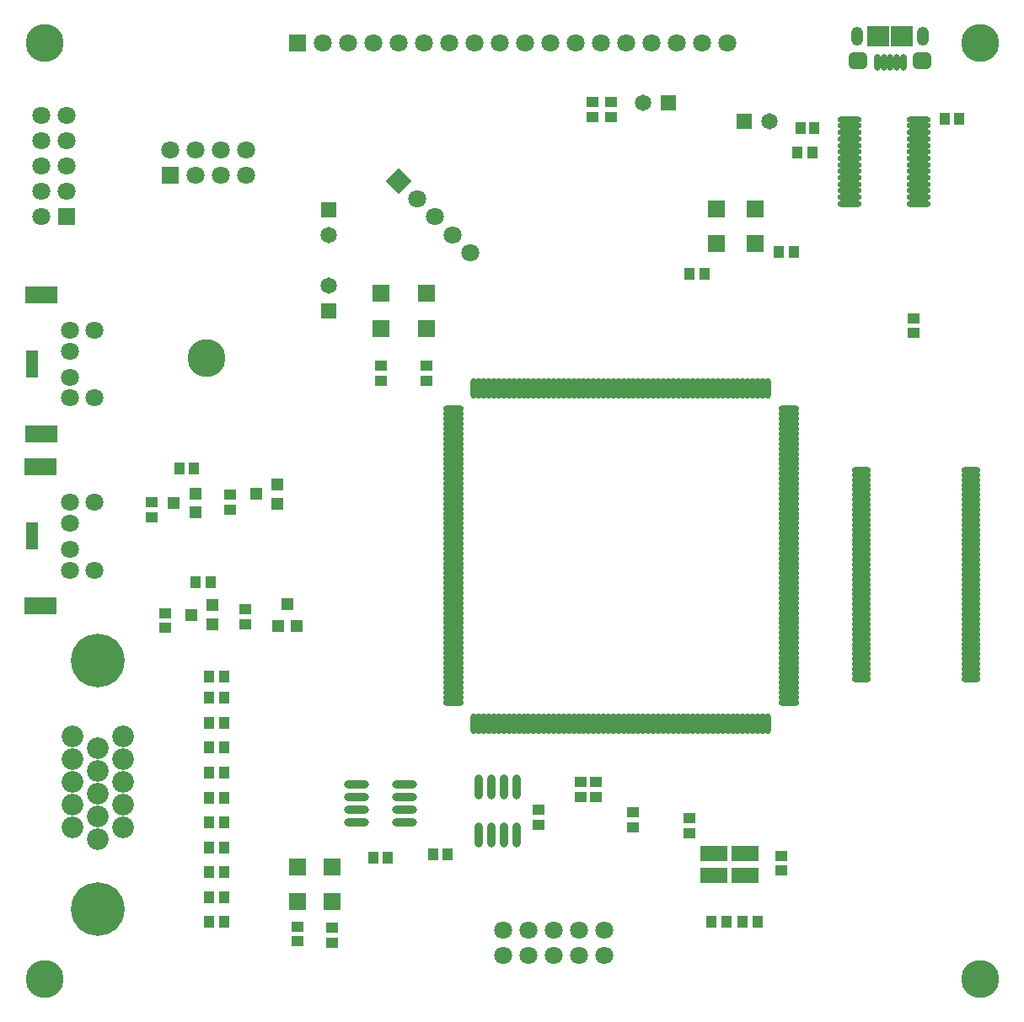
<source format=gts>
G04 Layer_Color=8388736*
%FSLAX25Y25*%
%MOIN*%
G70*
G01*
G75*
%ADD80R,0.08661X0.08268*%
G04:AMPARAMS|DCode=81|XSize=74.8mil|YSize=66.93mil|CornerRadius=19.68mil|HoleSize=0mil|Usage=FLASHONLY|Rotation=180.000|XOffset=0mil|YOffset=0mil|HoleType=Round|Shape=RoundedRectangle|*
%AMROUNDEDRECTD81*
21,1,0.07480,0.02756,0,0,180.0*
21,1,0.03543,0.06693,0,0,180.0*
1,1,0.03937,-0.01772,0.01378*
1,1,0.03937,0.01772,0.01378*
1,1,0.03937,0.01772,-0.01378*
1,1,0.03937,-0.01772,-0.01378*
%
%ADD81ROUNDEDRECTD81*%
%ADD82O,0.02756X0.06496*%
%ADD83O,0.02362X0.08268*%
%ADD84O,0.08268X0.02362*%
%ADD85R,0.04724X0.03937*%
%ADD86R,0.03937X0.04724*%
%ADD87R,0.07087X0.07087*%
%ADD88R,0.05118X0.04724*%
%ADD89R,0.04724X0.05118*%
%ADD90R,0.04331X0.04724*%
%ADD91O,0.09449X0.02559*%
%ADD92O,0.03543X0.09842*%
%ADD93O,0.09842X0.03543*%
%ADD94R,0.04724X0.04331*%
%ADD95R,0.11024X0.06299*%
%ADD96O,0.07480X0.02362*%
%ADD97O,0.04724X0.07480*%
%ADD98C,0.07087*%
%ADD99P,0.10022X4X360.0*%
%ADD100C,0.14961*%
%ADD101R,0.07087X0.07087*%
%ADD102C,0.06496*%
%ADD103R,0.06496X0.06496*%
%ADD104R,0.06496X0.06496*%
%ADD105C,0.08581*%
%ADD106C,0.21181*%
%ADD107R,0.12992X0.07087*%
%ADD108R,0.04724X0.11024*%
D80*
X439862Y483268D02*
D03*
X449311D02*
D03*
D81*
X431988Y473622D02*
D03*
X457185D02*
D03*
D82*
X444587Y472736D02*
D03*
X447146D02*
D03*
X449705D02*
D03*
X439468D02*
D03*
X442028D02*
D03*
D83*
X280020Y211220D02*
D03*
X281988D02*
D03*
X283957D02*
D03*
X285925D02*
D03*
X287894D02*
D03*
X289862D02*
D03*
X291831D02*
D03*
X293799D02*
D03*
X295768D02*
D03*
X297736D02*
D03*
X299705D02*
D03*
X301673D02*
D03*
X303642D02*
D03*
X305610D02*
D03*
X307579D02*
D03*
X309547D02*
D03*
X311516D02*
D03*
X313484D02*
D03*
X315453D02*
D03*
X317421D02*
D03*
X319390D02*
D03*
X321358D02*
D03*
X323327D02*
D03*
X325295D02*
D03*
X327264D02*
D03*
X329232D02*
D03*
X331201D02*
D03*
X333169D02*
D03*
X335138D02*
D03*
X337106D02*
D03*
X339075D02*
D03*
X341043D02*
D03*
X343012D02*
D03*
X344980D02*
D03*
X346949D02*
D03*
X348917D02*
D03*
X350886D02*
D03*
X352854D02*
D03*
X354823D02*
D03*
X356791D02*
D03*
X358760D02*
D03*
X360728D02*
D03*
X362697D02*
D03*
X364665D02*
D03*
X366634D02*
D03*
X368602D02*
D03*
X370571D02*
D03*
X372539D02*
D03*
X374508D02*
D03*
X376476D02*
D03*
X378445D02*
D03*
X380413D02*
D03*
X382382D02*
D03*
X384350D02*
D03*
X386319D02*
D03*
X388287D02*
D03*
X390256D02*
D03*
X392224D02*
D03*
X394193D02*
D03*
X396161D02*
D03*
Y343898D02*
D03*
X394193D02*
D03*
X392224D02*
D03*
X390256D02*
D03*
X388287D02*
D03*
X386319D02*
D03*
X384350D02*
D03*
X382382D02*
D03*
X380413D02*
D03*
X378445D02*
D03*
X376476D02*
D03*
X374508D02*
D03*
X372539D02*
D03*
X370571D02*
D03*
X368602D02*
D03*
X366634D02*
D03*
X364665D02*
D03*
X362697D02*
D03*
X360728D02*
D03*
X358760D02*
D03*
X356791D02*
D03*
X354823D02*
D03*
X352854D02*
D03*
X350886D02*
D03*
X348917D02*
D03*
X346949D02*
D03*
X344980D02*
D03*
X343012D02*
D03*
X341043D02*
D03*
X339075D02*
D03*
X337106D02*
D03*
X335138D02*
D03*
X333169D02*
D03*
X331201D02*
D03*
X329232D02*
D03*
X327264D02*
D03*
X325295D02*
D03*
X323327D02*
D03*
X321358D02*
D03*
X319390D02*
D03*
X317421D02*
D03*
X315453D02*
D03*
X313484D02*
D03*
X311516D02*
D03*
X309547D02*
D03*
X307579D02*
D03*
X305610D02*
D03*
X303642D02*
D03*
X301673D02*
D03*
X299705D02*
D03*
X297736D02*
D03*
X295768D02*
D03*
X293799D02*
D03*
X291831D02*
D03*
X289862D02*
D03*
X287894D02*
D03*
X285925D02*
D03*
X283957D02*
D03*
X281988D02*
D03*
X280020D02*
D03*
D84*
X404429Y219488D02*
D03*
Y221457D02*
D03*
Y223425D02*
D03*
Y225394D02*
D03*
Y227362D02*
D03*
Y229331D02*
D03*
Y231299D02*
D03*
Y233268D02*
D03*
Y235236D02*
D03*
Y237205D02*
D03*
Y239173D02*
D03*
Y241142D02*
D03*
Y243110D02*
D03*
Y245079D02*
D03*
Y247047D02*
D03*
Y249016D02*
D03*
Y250984D02*
D03*
Y252953D02*
D03*
Y254921D02*
D03*
Y256890D02*
D03*
Y258858D02*
D03*
Y260827D02*
D03*
Y262795D02*
D03*
Y264764D02*
D03*
Y266732D02*
D03*
Y268701D02*
D03*
Y270669D02*
D03*
Y272638D02*
D03*
Y274606D02*
D03*
Y276575D02*
D03*
Y278543D02*
D03*
Y280512D02*
D03*
Y282480D02*
D03*
Y284449D02*
D03*
Y286417D02*
D03*
Y288386D02*
D03*
Y290354D02*
D03*
Y292323D02*
D03*
Y294291D02*
D03*
Y296260D02*
D03*
Y298228D02*
D03*
Y300197D02*
D03*
Y302165D02*
D03*
Y304134D02*
D03*
Y306102D02*
D03*
Y308071D02*
D03*
Y310039D02*
D03*
Y312008D02*
D03*
Y313976D02*
D03*
Y315945D02*
D03*
Y317913D02*
D03*
Y319882D02*
D03*
Y321850D02*
D03*
Y323819D02*
D03*
Y325787D02*
D03*
Y327756D02*
D03*
Y329724D02*
D03*
Y331693D02*
D03*
Y333661D02*
D03*
Y335630D02*
D03*
X271752D02*
D03*
Y333661D02*
D03*
Y331693D02*
D03*
Y329724D02*
D03*
Y327756D02*
D03*
Y325787D02*
D03*
Y323819D02*
D03*
Y321850D02*
D03*
Y319882D02*
D03*
Y317913D02*
D03*
Y315945D02*
D03*
Y313976D02*
D03*
Y312008D02*
D03*
Y310039D02*
D03*
Y308071D02*
D03*
Y306102D02*
D03*
Y304134D02*
D03*
Y302165D02*
D03*
Y300197D02*
D03*
Y298228D02*
D03*
Y296260D02*
D03*
Y294291D02*
D03*
Y292323D02*
D03*
Y290354D02*
D03*
Y288386D02*
D03*
Y286417D02*
D03*
Y284449D02*
D03*
Y282480D02*
D03*
Y280512D02*
D03*
Y278543D02*
D03*
Y276575D02*
D03*
Y274606D02*
D03*
Y272638D02*
D03*
Y270669D02*
D03*
Y268701D02*
D03*
Y266732D02*
D03*
Y264764D02*
D03*
Y262795D02*
D03*
Y260827D02*
D03*
Y258858D02*
D03*
Y256890D02*
D03*
Y254921D02*
D03*
Y252953D02*
D03*
Y250984D02*
D03*
Y249016D02*
D03*
Y247047D02*
D03*
Y245079D02*
D03*
Y243110D02*
D03*
Y241142D02*
D03*
Y239173D02*
D03*
Y237205D02*
D03*
Y235236D02*
D03*
Y233268D02*
D03*
Y231299D02*
D03*
Y229331D02*
D03*
Y227362D02*
D03*
Y225394D02*
D03*
Y223425D02*
D03*
Y221457D02*
D03*
Y219488D02*
D03*
D85*
X261319Y352854D02*
D03*
Y346949D02*
D03*
X183563Y295768D02*
D03*
Y301673D02*
D03*
X152559Y292815D02*
D03*
Y298720D02*
D03*
X157972Y249016D02*
D03*
Y254921D02*
D03*
X189468Y250492D02*
D03*
Y256398D02*
D03*
X243110Y352854D02*
D03*
Y346949D02*
D03*
X334154Y451280D02*
D03*
Y457185D02*
D03*
X326771Y451280D02*
D03*
Y457185D02*
D03*
X343012Y176181D02*
D03*
Y170276D02*
D03*
X305610Y171260D02*
D03*
Y177165D02*
D03*
X328248Y182087D02*
D03*
Y187992D02*
D03*
X322343Y182087D02*
D03*
Y187992D02*
D03*
X210138Y125000D02*
D03*
Y130906D02*
D03*
X223917Y124508D02*
D03*
Y130413D02*
D03*
X365158Y173720D02*
D03*
Y167815D02*
D03*
D86*
X471949Y450295D02*
D03*
X466043D02*
D03*
X413878Y437008D02*
D03*
X407972D02*
D03*
X169291Y312008D02*
D03*
X163386D02*
D03*
X175689Y267224D02*
D03*
X169783D02*
D03*
X269685Y159449D02*
D03*
X263780D02*
D03*
X386319Y132874D02*
D03*
X392224D02*
D03*
X374016D02*
D03*
X379921D02*
D03*
X181102Y229691D02*
D03*
X175197D02*
D03*
Y132743D02*
D03*
X181102D02*
D03*
X175197Y142585D02*
D03*
X181102D02*
D03*
X175197Y152428D02*
D03*
X181102D02*
D03*
X175197Y162270D02*
D03*
X181102D02*
D03*
X175197Y172113D02*
D03*
X181102D02*
D03*
X175197Y181955D02*
D03*
X181102D02*
D03*
X175197Y201640D02*
D03*
X181102D02*
D03*
X175197Y191929D02*
D03*
X181102D02*
D03*
X175197Y211614D02*
D03*
X181102D02*
D03*
Y221325D02*
D03*
X175197D02*
D03*
X371063Y389272D02*
D03*
X365157D02*
D03*
X400591Y397638D02*
D03*
X406496D02*
D03*
D87*
X243110Y367618D02*
D03*
Y381398D02*
D03*
X261319Y367618D02*
D03*
Y381398D02*
D03*
X375984Y401083D02*
D03*
Y414862D02*
D03*
X223917Y154528D02*
D03*
Y140748D02*
D03*
X210134Y154527D02*
D03*
Y140747D02*
D03*
X391240Y401083D02*
D03*
Y414862D02*
D03*
X118760Y411752D02*
D03*
D88*
X193799Y301969D02*
D03*
X202264Y305709D02*
D03*
Y298228D02*
D03*
X161319Y298425D02*
D03*
X169783Y302165D02*
D03*
Y294685D02*
D03*
X168209Y254232D02*
D03*
X176673Y257972D02*
D03*
Y250492D02*
D03*
D89*
X206201Y258366D02*
D03*
X209941Y249902D02*
D03*
X202461D02*
D03*
D90*
X240354Y157972D02*
D03*
X245866D02*
D03*
X409154Y446850D02*
D03*
X414665D02*
D03*
D91*
X455709Y416929D02*
D03*
Y419488D02*
D03*
Y422047D02*
D03*
Y424606D02*
D03*
Y427165D02*
D03*
Y429724D02*
D03*
Y432284D02*
D03*
Y434843D02*
D03*
Y437402D02*
D03*
Y439960D02*
D03*
Y442520D02*
D03*
Y445079D02*
D03*
Y447638D02*
D03*
Y450197D02*
D03*
X428543Y416929D02*
D03*
Y419488D02*
D03*
Y422047D02*
D03*
Y424606D02*
D03*
Y427165D02*
D03*
Y429724D02*
D03*
Y432284D02*
D03*
Y434843D02*
D03*
Y437402D02*
D03*
Y439960D02*
D03*
Y442520D02*
D03*
Y445079D02*
D03*
Y447638D02*
D03*
Y450197D02*
D03*
D92*
X296870Y186122D02*
D03*
X291870D02*
D03*
X286870D02*
D03*
X281870D02*
D03*
X296870Y167224D02*
D03*
X291870D02*
D03*
X286870D02*
D03*
X281870D02*
D03*
D93*
X252559Y172126D02*
D03*
Y177126D02*
D03*
Y182126D02*
D03*
Y187126D02*
D03*
X233661Y172126D02*
D03*
Y177126D02*
D03*
Y182126D02*
D03*
Y187126D02*
D03*
D94*
X401575Y158760D02*
D03*
Y153248D02*
D03*
X453740Y365846D02*
D03*
Y371358D02*
D03*
D95*
X387205Y151181D02*
D03*
X375000D02*
D03*
X387205Y159843D02*
D03*
X375000D02*
D03*
D96*
X476378Y228839D02*
D03*
Y230807D02*
D03*
Y232776D02*
D03*
Y234744D02*
D03*
Y236713D02*
D03*
Y238681D02*
D03*
Y240650D02*
D03*
Y242618D02*
D03*
Y244587D02*
D03*
Y246555D02*
D03*
Y248524D02*
D03*
Y250492D02*
D03*
Y252461D02*
D03*
Y254429D02*
D03*
Y256398D02*
D03*
Y258366D02*
D03*
Y260335D02*
D03*
Y262303D02*
D03*
Y264272D02*
D03*
Y266240D02*
D03*
Y268209D02*
D03*
Y270177D02*
D03*
Y272146D02*
D03*
Y274114D02*
D03*
Y276083D02*
D03*
Y278051D02*
D03*
Y280020D02*
D03*
Y281988D02*
D03*
Y283957D02*
D03*
Y285925D02*
D03*
Y287894D02*
D03*
Y289862D02*
D03*
Y291831D02*
D03*
Y293799D02*
D03*
Y295768D02*
D03*
Y297736D02*
D03*
Y299705D02*
D03*
Y301673D02*
D03*
Y303642D02*
D03*
Y305610D02*
D03*
Y307579D02*
D03*
Y309547D02*
D03*
Y311516D02*
D03*
X433071Y228839D02*
D03*
Y230807D02*
D03*
Y232776D02*
D03*
Y234744D02*
D03*
Y236713D02*
D03*
Y238681D02*
D03*
Y240650D02*
D03*
Y242618D02*
D03*
Y244587D02*
D03*
Y246555D02*
D03*
Y248524D02*
D03*
Y250492D02*
D03*
Y252461D02*
D03*
Y254429D02*
D03*
Y256398D02*
D03*
Y258366D02*
D03*
Y260335D02*
D03*
Y262303D02*
D03*
Y264272D02*
D03*
Y266240D02*
D03*
Y268209D02*
D03*
Y270177D02*
D03*
Y272146D02*
D03*
Y274114D02*
D03*
Y276083D02*
D03*
Y278051D02*
D03*
Y280020D02*
D03*
Y281988D02*
D03*
Y283957D02*
D03*
Y285925D02*
D03*
Y287894D02*
D03*
Y289862D02*
D03*
Y291831D02*
D03*
Y293799D02*
D03*
Y295768D02*
D03*
Y297736D02*
D03*
Y299705D02*
D03*
Y301673D02*
D03*
Y303642D02*
D03*
Y305610D02*
D03*
Y307579D02*
D03*
Y309547D02*
D03*
Y311516D02*
D03*
D97*
X431595Y483268D02*
D03*
X457579D02*
D03*
D98*
X278619Y397501D02*
D03*
X271548Y404572D02*
D03*
X264477Y411643D02*
D03*
X257406Y418714D02*
D03*
X108760Y451752D02*
D03*
X118760D02*
D03*
X108760Y441752D02*
D03*
X118760D02*
D03*
X108760Y431752D02*
D03*
X118760D02*
D03*
X108760Y421752D02*
D03*
X118760D02*
D03*
X108760Y411752D02*
D03*
X189784Y437992D02*
D03*
Y427992D02*
D03*
X179783Y437992D02*
D03*
Y427992D02*
D03*
X169783Y437992D02*
D03*
Y427992D02*
D03*
X159783Y437992D02*
D03*
X331358Y119429D02*
D03*
X321358D02*
D03*
X311358D02*
D03*
X301358D02*
D03*
X291358D02*
D03*
Y129429D02*
D03*
X301358D02*
D03*
X311358D02*
D03*
X321358D02*
D03*
X331358D02*
D03*
X220354Y480315D02*
D03*
X230354D02*
D03*
X240354D02*
D03*
X250354D02*
D03*
X260354D02*
D03*
X270354D02*
D03*
X280354D02*
D03*
X290354D02*
D03*
X300354D02*
D03*
X310354D02*
D03*
X320354D02*
D03*
X330354D02*
D03*
X340354D02*
D03*
X350354D02*
D03*
X360354D02*
D03*
X370354D02*
D03*
X380354D02*
D03*
X130020Y366732D02*
D03*
X120177D02*
D03*
X130020Y339961D02*
D03*
X120177D02*
D03*
Y348228D02*
D03*
Y358465D02*
D03*
X129921Y298721D02*
D03*
X120079D02*
D03*
X129921Y271949D02*
D03*
X120079D02*
D03*
Y280217D02*
D03*
Y290453D02*
D03*
D99*
X250335Y425785D02*
D03*
D100*
X174213Y355807D02*
D03*
X110236Y110236D02*
D03*
Y480315D02*
D03*
X480315D02*
D03*
Y110236D02*
D03*
D101*
X159783Y427992D02*
D03*
X210354Y480315D02*
D03*
D102*
X222441Y404370D02*
D03*
Y384350D02*
D03*
X346949Y456693D02*
D03*
X396811Y449311D02*
D03*
D103*
X222441Y414370D02*
D03*
Y374350D02*
D03*
D104*
X356949Y456693D02*
D03*
X386811Y449311D02*
D03*
D105*
X131063Y174534D02*
D03*
Y183550D02*
D03*
Y192565D02*
D03*
Y201581D02*
D03*
X121063Y170006D02*
D03*
Y179022D02*
D03*
Y188038D02*
D03*
Y197054D02*
D03*
X131063Y165518D02*
D03*
X121063Y206069D02*
D03*
X141063Y170006D02*
D03*
Y179022D02*
D03*
Y188038D02*
D03*
Y197054D02*
D03*
Y206069D02*
D03*
D106*
X131063Y137802D02*
D03*
Y236227D02*
D03*
D107*
X108760Y380906D02*
D03*
Y325787D02*
D03*
X108661Y312894D02*
D03*
Y257776D02*
D03*
D108*
X105217Y353346D02*
D03*
X105118Y285335D02*
D03*
M02*

</source>
